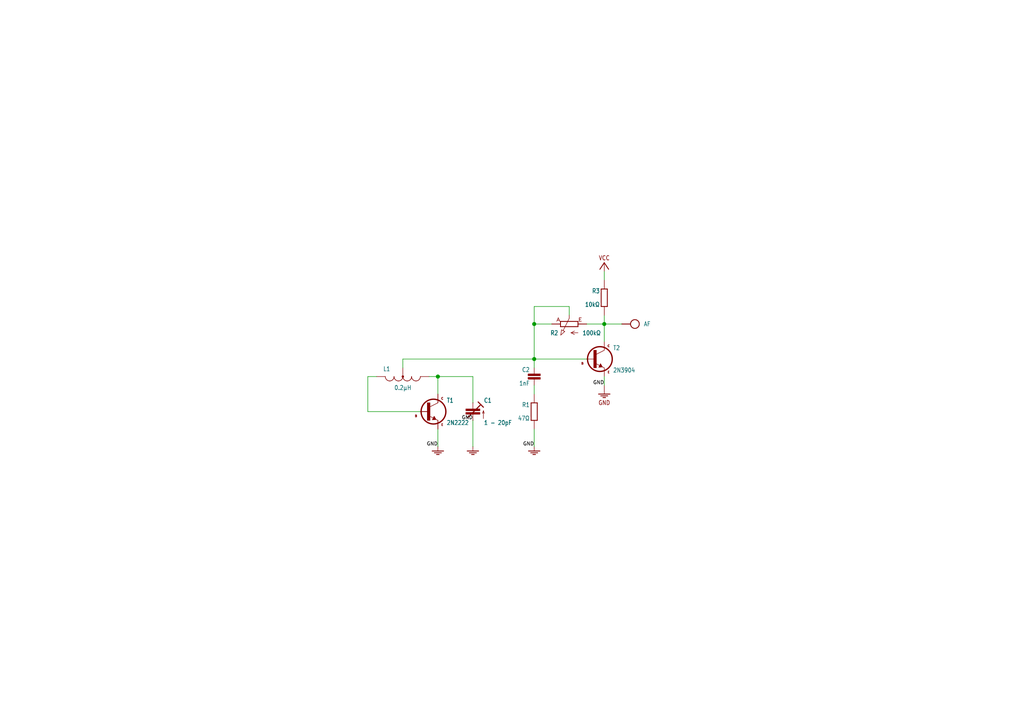
<source format=kicad_sch>
(kicad_sch (version 20210406) (generator eeschema)
  (paper "A4")
  (lib_symbols
    (symbol "Simple-NPN-Regen-Receiver-eagle-import:2N2222"
      (property "Reference" "T" (at 5.08 2.54 0))
      (property "Value" "2N2222" (at 5.08 -2.54 0))
      (symbol "2N2222_1_0"
        (circle (center 1.27 0) (radius 3.5921) (stroke (width 0.381)))
        (text "B" (at -3.81 -1.27 0) (effects (font (size 0.6096 0.6096))))
        (text "C" (at 3.81 3.81 0) (effects (font (size 0.6096 0.6096))))
        (text "E" (at 3.81 -3.81 0) (effects (font (size 0.6096 0.6096))))
        (rectangle (start -0.508 -2.54) (end 0.254 2.54) (fill (type outline)))
        (polyline (pts (xy 0.9525 -2.3812) (xy 1.4605 -1.3652)) (stroke (width 0.1524)))
        (polyline (pts (xy 1.2065 -2.2542) (xy 1.778 -2.1907)) (stroke (width 0.3048)))
        (polyline (pts (xy 1.2065 -2.1272) (xy 1.5875 -2.1272)) (stroke (width 0.254)))
        (polyline (pts (xy 1.4605 -1.6192) (xy 1.2065 -2.1272)) (stroke (width 0.254)))
        (polyline (pts (xy 1.4605 -1.3652) (xy 1.9685 -2.2542)) (stroke (width 0.1524)))
        (polyline (pts (xy 1.5875 -2.1272) (xy 1.4605 -1.8732)) (stroke (width 0.254)))
        (polyline (pts (xy 1.778 -2.1907) (xy 1.4605 -1.6192)) (stroke (width 0.3048)))
        (polyline (pts (xy 1.9685 -2.2542) (xy 0.308 -1.424)) (stroke (width 0.1524)))
        (polyline (pts (xy 1.9685 -2.2542) (xy 0.9525 -2.3812)) (stroke (width 0.1524)))
        (polyline (pts (xy 2.54 -2.54) (xy 1.9685 -2.2542)) (stroke (width 0.1524)))
        (polyline (pts (xy 2.54 2.54) (xy 0.0635 1.3017)) (stroke (width 0.1524)))
        (pin passive line (at 2.54 5.08 270) (length 2.54) (name "C") (number "1"))
        (pin passive line (at -2.54 0 0) (length 2.54) (name "B") (number "2"))
        (pin passive line (at 2.54 -5.08 90) (length 2.54) (name "E") (number "3"))
      )
    )
    (symbol "Simple-NPN-Regen-Receiver-eagle-import:2N3904-A"
      (property "Reference" "T" (at 5.08 2.54 0))
      (property "Value" "2N3904-A" (at 5.08 -2.54 0))
      (symbol "2N3904-A_1_0"
        (circle (center 1.27 0) (radius 3.5921) (stroke (width 0.381)))
        (text "B" (at -3.81 -1.27 0) (effects (font (size 0.6096 0.6096))))
        (text "C" (at 3.81 3.81 0) (effects (font (size 0.6096 0.6096))))
        (text "E" (at 3.81 -3.81 0) (effects (font (size 0.6096 0.6096))))
        (rectangle (start -0.508 -2.54) (end 0.254 2.54) (fill (type outline)))
        (polyline (pts (xy 0.9525 -2.3812) (xy 1.4605 -1.3652)) (stroke (width 0.1524)))
        (polyline (pts (xy 1.2065 -2.2542) (xy 1.778 -2.1907)) (stroke (width 0.3048)))
        (polyline (pts (xy 1.2065 -2.1272) (xy 1.5875 -2.1272)) (stroke (width 0.254)))
        (polyline (pts (xy 1.4605 -1.6192) (xy 1.2065 -2.1272)) (stroke (width 0.254)))
        (polyline (pts (xy 1.4605 -1.3652) (xy 1.9685 -2.2542)) (stroke (width 0.1524)))
        (polyline (pts (xy 1.5875 -2.1272) (xy 1.4605 -1.8732)) (stroke (width 0.254)))
        (polyline (pts (xy 1.778 -2.1907) (xy 1.4605 -1.6192)) (stroke (width 0.3048)))
        (polyline (pts (xy 1.9685 -2.2542) (xy 0.308 -1.424)) (stroke (width 0.1524)))
        (polyline (pts (xy 1.9685 -2.2542) (xy 0.9525 -2.3812)) (stroke (width 0.1524)))
        (polyline (pts (xy 2.54 -2.54) (xy 1.9685 -2.2542)) (stroke (width 0.1524)))
        (polyline (pts (xy 2.54 2.54) (xy 0.0635 1.3017)) (stroke (width 0.1524)))
        (pin passive line (at -2.54 0 0) (length 2.54) (name "B") (number "B"))
        (pin passive line (at 2.54 5.08 270) (length 2.54) (name "C") (number "C"))
        (pin passive line (at 2.54 -5.08 90) (length 2.54) (name "E") (number "E"))
      )
    )
    (symbol "Simple-NPN-Regen-Receiver-eagle-import:C-TR-PH201272222-808-2PINB"
      (property "Reference" "C" (at -3.175 2.54 0))
      (property "Value" "C-TR-PH201272222-808-2PINB" (at -3.175 -2.54 0))
      (symbol "C-TR-PH201272222-808-2PINB_1_0"
        (rectangle (start -2.032 -0.762) (end 2.032 -0.254) (fill (type outline)))
        (rectangle (start -2.032 0.254) (end 2.032 0.762) (fill (type outline)))
        (polyline (pts (xy -3.048 -2.032) (xy -3.048 0.254)) (stroke (width 0.1524)))
        (polyline (pts (xy -3.048 0.254) (xy -3.302 -0.508)) (stroke (width 0.1524)))
        (polyline (pts (xy -3.048 0.254) (xy -2.794 -0.508)) (stroke (width 0.1524)))
        (polyline (pts (xy -3.048 1.27) (xy -2.286 2.032)) (stroke (width 0.3048)))
        (polyline (pts (xy -2.286 2.032) (xy -1.524 2.794)) (stroke (width 0.3048)))
        (polyline (pts (xy 0 -2.54) (xy 0 -0.762)) (stroke (width 0.1524)))
        (polyline (pts (xy 0 2.54) (xy 0 0.762)) (stroke (width 0.1524)))
        (polyline (pts (xy 1.524 -1.778) (xy -2.286 2.032)) (stroke (width 0.3048)))
        (pin passive line (at 0 2.54 90) (length 0) (name "E") (number "2"))
        (pin passive line (at 0 -2.54 270) (length 0) (name "A") (number "3"))
      )
    )
    (symbol "Simple-NPN-Regen-Receiver-eagle-import:C025-024X044"
      (property "Reference" "C" (at -1.27 1.27 0))
      (property "Value" "C025-024X044" (at -1.27 -1.27 0))
      (symbol "C025-024X044_1_0"
        (rectangle (start -1.778 -0.762) (end 1.778 -0.254) (fill (type outline)))
        (rectangle (start -1.778 0.254) (end 1.778 0.762) (fill (type outline)))
        (polyline (pts (xy 0 -2.54) (xy 0 -0.762)) (stroke (width 0.1524)))
        (polyline (pts (xy 0 2.54) (xy 0 0.762)) (stroke (width 0.1524)))
        (pin passive line (at 0 2.54 270) (length 0) (name "1") (number "1"))
        (pin passive line (at 0 -2.54 90) (length 0) (name "2") (number "2"))
      )
    )
    (symbol "Simple-NPN-Regen-Receiver-eagle-import:GND" (power)
      (symbol "GND_1_0"
        (polyline (pts (xy -1.651 -1.27) (xy 0 -1.27)) (stroke (width 0.254)))
        (polyline (pts (xy -1.016 -1.778) (xy 1.016 -1.778)) (stroke (width 0.254)))
        (polyline (pts (xy -0.381 -2.286) (xy 0.381 -2.286)) (stroke (width 0.254)))
        (polyline (pts (xy 0 -1.27) (xy 0 0)) (stroke (width 0.1524)))
        (polyline (pts (xy 0 -1.27) (xy 1.651 -1.27)) (stroke (width 0.254)))
        (pin power_in line (at 0 0 270) (length 0) (name "GND") (number "1"))
      )
    )
    (symbol "Simple-NPN-Regen-Receiver-eagle-import:HPORT"
      (property "Reference" "J" (at -6.35 0 0))
      (symbol "HPORT_1_0"
        (circle (center -3.81 0) (radius 1.27) (stroke (width 0.254)))
        (polyline (pts (xy 0 0) (xy -2.54 0)) (stroke (width 0.254)))
        (pin passive line (at 0 0 0) (length 0) (name "P$1") (number "1"))
      )
    )
    (symbol "Simple-NPN-Regen-Receiver-eagle-import:L-H-TAPM-08_20V"
      (property "Reference" "L" (at -5.715 1.524 0))
      (property "Value" "L-H-TAPM-08_20V" (at 0 -2.54 0))
      (symbol "L-H-TAPM-08_20V_1_0"
        (arc (start -5.08 0) (end -3.81 -1.27) (radius (at -3.81 0) (length 1.27) (angles 180 -90)) (stroke (width 0.1778)))
        (arc (start -3.81 -1.27) (end -2.54 0) (radius (at -3.81 0) (length 1.27) (angles -90 0)) (stroke (width 0.1778)))
        (arc (start -2.54 0) (end -1.27 -1.27) (radius (at -1.27 0) (length 1.27) (angles 180 -90)) (stroke (width 0.1778)))
        (arc (start -1.27 -1.27) (end 0 0) (radius (at -1.27 0) (length 1.27) (angles -90 0)) (stroke (width 0.1778)))
        (arc (start 0 0) (end 1.27 -1.27) (radius (at 1.27 0) (length 1.27) (angles 180 -90)) (stroke (width 0.1778)))
        (arc (start 1.27 -1.27) (end 2.54 0) (radius (at 1.27 0) (length 1.27) (angles -90 0)) (stroke (width 0.1778)))
        (arc (start 2.54 0) (end 3.81 -1.27) (radius (at 3.81 0) (length 1.27) (angles 180 -90)) (stroke (width 0.1778)))
        (arc (start 3.81 -1.27) (end 5.08 0) (radius (at 3.81 0) (length 1.27) (angles -90 0)) (stroke (width 0.1778)))
        (circle (center 0 0) (radius 0.127) (stroke (width 0.254)))
        (circle (center 0 0) (radius 0.2839) (stroke (width 0.127)))
        (pin passive line (at -7.62 0 0) (length 2.54) (name "3") (number "1"))
        (pin passive line (at 7.62 0 180) (length 2.54) (name "2") (number "2"))
        (pin passive line (at 0 2.54 270) (length 2.54) (name "T") (number "T"))
      )
    )
    (symbol "Simple-NPN-Regen-Receiver-eagle-import:POT-H"
      (property "Value" "POT-H" (at 3.81 1.905 0))
      (symbol "POT-H_1_0"
        (text "A" (at -3.175 -1.27 0) (effects (font (size 1.016 1.27))))
        (text "E" (at 3.175 -1.27 0) (effects (font (size 1.016 1.27))))
        (polyline (pts (xy -2.54 -0.762) (xy -2.54 0.762)) (stroke (width 0.254)))
        (polyline (pts (xy -2.54 0.762) (xy 2.54 0.762)) (stroke (width 0.254)))
        (polyline (pts (xy -2.4495 3.1989) (xy -2.2352 1.7018)) (stroke (width 0.1524)))
        (polyline (pts (xy -1.2939 2.1597) (xy -2.4495 3.1989)) (stroke (width 0.1524)))
        (polyline (pts (xy -1.2939 2.1597) (xy -2.2352 1.7018)) (stroke (width 0.1524)))
        (polyline (pts (xy 0 -2.54) (xy 0 -1.651)) (stroke (width 0.1524)))
        (polyline (pts (xy 0 -1.651) (xy -1.7526 1.8796)) (stroke (width 0.1524)))
        (polyline (pts (xy 0.508 2.54) (xy 1.524 2.032)) (stroke (width 0.1524)))
        (polyline (pts (xy 0.508 2.54) (xy 1.524 3.048)) (stroke (width 0.1524)))
        (polyline (pts (xy 2.54 -0.762) (xy -2.54 -0.762)) (stroke (width 0.254)))
        (polyline (pts (xy 2.54 0.762) (xy 2.54 -0.762)) (stroke (width 0.254)))
        (polyline (pts (xy 2.54 2.54) (xy 0.508 2.54)) (stroke (width 0.1524)))
        (pin passive line (at 5.08 0 180) (length 2.54) (name "A") (number "A"))
        (pin passive line (at -5.08 0 0) (length 2.54) (name "E") (number "E"))
        (pin passive line (at 0 -2.54 90) (length 0) (name "S") (number "S"))
      )
    )
    (symbol "Simple-NPN-Regen-Receiver-eagle-import:R0202_10-V"
      (property "Reference" "R" (at -1.27 1.27 0))
      (property "Value" "R0202_10-V" (at -1.27 -1.27 0))
      (symbol "R0202_10-V_1_0"
        (polyline (pts (xy -0.889 2.54) (xy -0.889 -2.54)) (stroke (width 0.254)))
        (polyline (pts (xy 0.889 -2.54) (xy -0.889 -2.54)) (stroke (width 0.254)))
        (polyline (pts (xy 0.889 -2.54) (xy 0.889 2.54)) (stroke (width 0.254)))
        (polyline (pts (xy 0.889 2.54) (xy -0.889 2.54)) (stroke (width 0.254)))
        (pin passive line (at 0 5.08 270) (length 2.54) (name "2") (number "1"))
        (pin passive line (at 0 -5.08 90) (length 2.54) (name "1") (number "2"))
      )
    )
    (symbol "Simple-NPN-Regen-Receiver-eagle-import:R0204_10-V"
      (property "Reference" "R" (at -1.27 1.27 0))
      (property "Value" "R0204_10-V" (at -1.27 -1.27 0))
      (symbol "R0204_10-V_1_0"
        (polyline (pts (xy -0.889 2.54) (xy -0.889 -2.54)) (stroke (width 0.254)))
        (polyline (pts (xy 0.889 -2.54) (xy -0.889 -2.54)) (stroke (width 0.254)))
        (polyline (pts (xy 0.889 -2.54) (xy 0.889 2.54)) (stroke (width 0.254)))
        (polyline (pts (xy 0.889 2.54) (xy -0.889 2.54)) (stroke (width 0.254)))
        (pin passive line (at 0 5.08 270) (length 2.54) (name "2") (number "1"))
        (pin passive line (at 0 -5.08 90) (length 2.54) (name "1") (number "2"))
      )
    )
    (symbol "Simple-NPN-Regen-Receiver-eagle-import:VCC_GNDR"
      (symbol "VCC_GNDR_1_0"
        (text "VCC" (at 0 3.175 0) (effects (font (size 1.27 1.0795)) (justify bottom)))
        (polyline (pts (xy 0 2.54) (xy -1.27 0.635)) (stroke (width 0.254)))
        (polyline (pts (xy 1.27 0.635) (xy 0 2.54)) (stroke (width 0.254)))
        (pin power_in line (at 0 0 90) (length 2.54) (name "VCC") (number "2"))
      )
      (symbol "VCC_GNDR_2_0"
        (text "GND" (at 0 -4.318 0) (effects (font (size 1.27 1.0795)) (justify top)))
        (polyline (pts (xy -1.651 -2.54) (xy 1.651 -2.54)) (stroke (width 0.254)))
        (polyline (pts (xy -1.016 -3.048) (xy 1.016 -3.048)) (stroke (width 0.254)))
        (polyline (pts (xy -0.381 -3.556) (xy 0.381 -3.556)) (stroke (width 0.254)))
        (pin power_in line (at 0 0 270) (length 2.54) (name "GND") (number "1"))
      )
    )
  )
  (junction (at 127 109.22) (diameter 1.016))
  (junction (at 154.94 93.98) (diameter 1.016))
  (junction (at 154.94 104.14) (diameter 1.016))
  (junction (at 175.26 93.98) (diameter 1.016))
  (wire (pts (xy 106.68 109.22) (xy 109.22 109.22)))
  (wire (pts (xy 106.68 119.38) (xy 106.68 109.22)))
  (wire (pts (xy 106.68 119.38) (xy 121.92 119.38)))
  (wire (pts (xy 116.84 104.14) (xy 154.94 104.14)))
  (wire (pts (xy 116.84 106.68) (xy 116.84 104.14)))
  (wire (pts (xy 124.46 109.22) (xy 127 109.22)))
  (wire (pts (xy 127 109.22) (xy 127 114.3)))
  (wire (pts (xy 127 109.22) (xy 137.16 109.22)))
  (wire (pts (xy 127 129.54) (xy 127 124.46)))
  (wire (pts (xy 137.16 109.22) (xy 137.16 116.84)))
  (wire (pts (xy 137.16 121.92) (xy 137.16 129.54)))
  (wire (pts (xy 154.94 88.9) (xy 165.1 88.9)))
  (wire (pts (xy 154.94 93.98) (xy 154.94 88.9)))
  (wire (pts (xy 154.94 104.14) (xy 154.94 93.98)))
  (wire (pts (xy 154.94 104.14) (xy 170.18 104.14)))
  (wire (pts (xy 154.94 106.68) (xy 154.94 104.14)))
  (wire (pts (xy 154.94 111.76) (xy 154.94 114.3)))
  (wire (pts (xy 154.94 129.54) (xy 154.94 124.46)))
  (wire (pts (xy 160.02 93.98) (xy 154.94 93.98)))
  (wire (pts (xy 165.1 88.9) (xy 165.1 91.44)))
  (wire (pts (xy 170.18 93.98) (xy 175.26 93.98)))
  (wire (pts (xy 175.26 78.74) (xy 175.26 81.28)))
  (wire (pts (xy 175.26 93.98) (xy 175.26 91.44)))
  (wire (pts (xy 175.26 93.98) (xy 180.34 93.98)))
  (wire (pts (xy 175.26 99.06) (xy 175.26 93.98)))
  (wire (pts (xy 175.26 111.76) (xy 175.26 109.22)))
  (label "GND" (at 127 129.54 180) (effects (font (size 1.016 1.016))))
  (label "GND" (at 137.16 121.92 180) (effects (font (size 1.016 1.016))))
  (label "GND" (at 154.94 129.54 180) (effects (font (size 1.016 1.016))))
  (label "GND" (at 175.26 111.76 180) (effects (font (size 1.016 1.016))))
  (symbol (lib_id "Simple-NPN-Regen-Receiver-eagle-import:GND") (at 127 129.54 0) (unit 1)
    (property "Reference" "#S1" (effects hide))
    (property "Value" "GND" (effects hide))
  )
  (symbol (lib_id "Simple-NPN-Regen-Receiver-eagle-import:GND") (at 137.16 129.54 0) (unit 1)
    (property "Reference" "#S2" (effects hide))
    (property "Value" "GND" (effects hide))
  )
  (symbol (lib_id "Simple-NPN-Regen-Receiver-eagle-import:GND") (at 154.94 129.54 0) (unit 1)
    (property "Reference" "#S4" (effects hide))
    (property "Value" "GND" (effects hide))
  )
  (symbol (lib_id "Simple-NPN-Regen-Receiver-eagle-import:HPORT") (at 180.34 93.98 180) (unit 1)
    (property "Reference" "AF" (at 186.69 93.98 0) (effects (font (size 1.27 1.0795)) (justify right)))
    (property "Value" "HPORT" (effects hide))
    (property "Footprint" "SPAD" (effects hide))
  )
  (symbol (lib_id "Simple-NPN-Regen-Receiver-eagle-import:VCC_GNDR") (at 175.26 78.74 0) (unit 1)
    (property "Reference" "S3" (effects hide))
    (property "Value" "VCC_GNDR" (effects hide))
    (property "Footprint" "SPAD+-" (effects hide))
  )
  (symbol (lib_id "Simple-NPN-Regen-Receiver-eagle-import:C025-024X044") (at 154.94 109.22 0) (unit 1)
    (property "Reference" "C2" (at 153.67 107.95 0) (effects (font (size 1.27 1.0795)) (justify right bottom)))
    (property "Value" "1nF" (at 153.67 110.49 0) (effects (font (size 1.27 1.0795)) (justify right top)))
    (property "Footprint" "C025-024X044" (effects hide))
  )
  (symbol (lib_id "Simple-NPN-Regen-Receiver-eagle-import:R0204_10-V") (at 154.94 119.38 0) (unit 1)
    (property "Reference" "R1" (at 153.67 118.11 0) (effects (font (size 1.27 1.0795)) (justify right bottom)))
    (property "Value" "47Ω" (at 153.67 120.65 0) (effects (font (size 1.27 1.0795)) (justify right top)))
    (property "Footprint" "0204_10-V" (effects hide))
  )
  (symbol (lib_id "Simple-NPN-Regen-Receiver-eagle-import:R0202_10-V") (at 175.26 86.36 0) (unit 1)
    (property "Reference" "R3" (at 173.99 85.09 0) (effects (font (size 1.27 1.0795)) (justify right bottom)))
    (property "Value" "10kΩ" (at 173.99 87.63 0) (effects (font (size 1.27 1.0795)) (justify right top)))
    (property "Footprint" "0202_10-V" (effects hide))
  )
  (symbol (lib_id "Simple-NPN-Regen-Receiver-eagle-import:VCC_GNDR") (at 175.26 111.76 0) (unit 2)
    (property "Reference" "S3" (effects hide))
    (property "Value" "VCC_GNDR" (effects hide))
    (property "Footprint" "SPAD+-" (effects hide))
  )
  (symbol (lib_id "Simple-NPN-Regen-Receiver-eagle-import:C-TR-PH201272222-808-2PINB") (at 137.16 119.38 0) (mirror y) (unit 1)
    (property "Reference" "C1" (at 140.335 116.84 0) (effects (font (size 1.27 1.0795)) (justify right bottom)))
    (property "Value" "1 - 20pF" (at 140.335 121.92 0) (effects (font (size 1.27 1.0795)) (justify right top)))
    (property "Footprint" "TRIM-2222-808" (effects hide))
  )
  (symbol (lib_id "Simple-NPN-Regen-Receiver-eagle-import:POT-H") (at 165.1 93.98 0) (mirror x) (unit 1)
    (property "Reference" "R2" (at 161.925 95.885 0) (effects (font (size 1.27 1.0795)) (justify right bottom)))
    (property "Value" "100kΩ" (at 168.91 95.885 0) (effects (font (size 1.27 1.0795)) (justify left bottom)))
    (property "Footprint" "POT" (effects hide))
  )
  (symbol (lib_id "Simple-NPN-Regen-Receiver-eagle-import:L-H-TAPM-08_20V") (at 116.84 109.22 0) (unit 1)
    (property "Reference" "L1" (at 111.125 107.696 0) (effects (font (size 1.27 1.0795)) (justify left bottom)))
    (property "Value" "0.2μH" (at 116.84 111.76 0) (effects (font (size 1.27 1.0795)) (justify top)))
    (property "Footprint" "L-08_20V-TAPM" (effects hide))
  )
  (symbol (lib_id "Simple-NPN-Regen-Receiver-eagle-import:2N2222") (at 124.46 119.38 0) (unit 1)
    (property "Reference" "T1" (at 129.54 116.84 0) (effects (font (size 1.27 1.0795)) (justify left bottom)))
    (property "Value" "2N2222" (at 129.54 121.92 0) (effects (font (size 1.27 1.0795)) (justify left top)))
    (property "Footprint" "TO92" (effects hide))
  )
  (symbol (lib_id "Simple-NPN-Regen-Receiver-eagle-import:2N3904-A") (at 172.72 104.14 0) (unit 1)
    (property "Reference" "T2" (at 177.8 101.6 0) (effects (font (size 1.27 1.0795)) (justify left bottom)))
    (property "Value" "2N3904" (at 177.8 106.68 0) (effects (font (size 1.27 1.0795)) (justify left top)))
    (property "Footprint" "TO92-EBC-A" (effects hide))
  )
)
</source>
